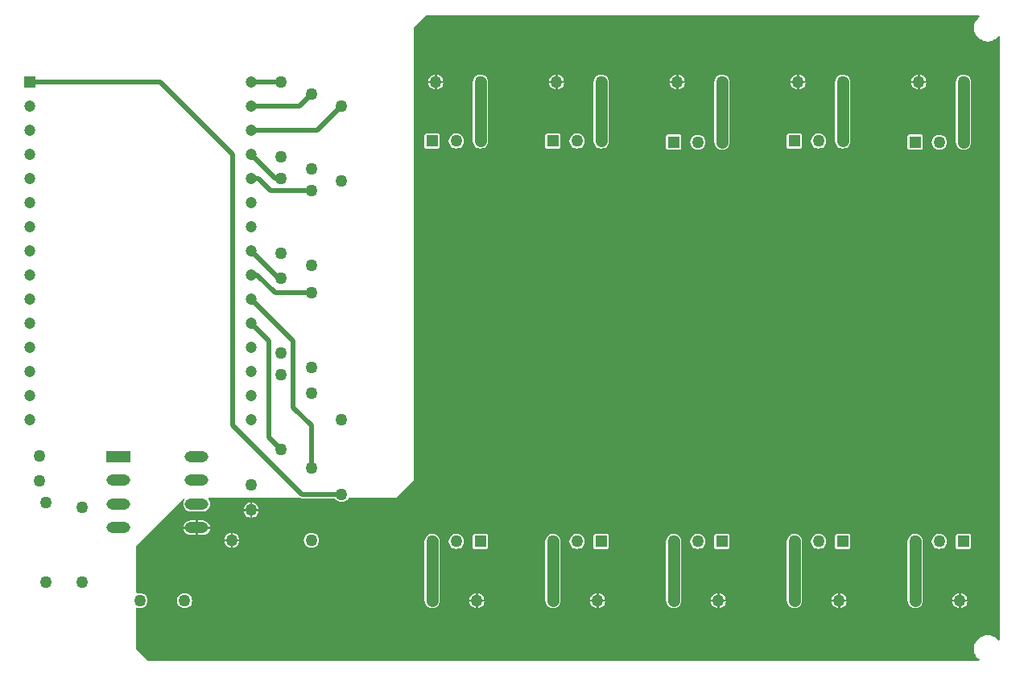
<source format=gbl>
G04 Layer_Physical_Order=2*
G04 Layer_Color=16711680*
%FSAX24Y24*%
%MOIN*%
G70*
G01*
G75*
%ADD11C,0.0200*%
%ADD12C,0.0500*%
%ADD13C,0.0500*%
%ADD14R,0.0500X0.0500*%
%ADD15R,0.0472X0.0472*%
%ADD16C,0.0472*%
%ADD17O,0.0984X0.0472*%
%ADD18R,0.0984X0.0472*%
G36*
X052908Y048700D02*
X052854Y048658D01*
X052849Y048651D01*
X052842Y048646D01*
X052762Y048542D01*
X052759Y048533D01*
X052753Y048527D01*
X052703Y048405D01*
X052703Y048397D01*
X052698Y048389D01*
X052681Y048258D01*
X052684Y048250D01*
X052681Y048242D01*
X052698Y048111D01*
X052703Y048103D01*
X052703Y048095D01*
X052753Y047973D01*
X052759Y047967D01*
X052762Y047958D01*
X052842Y047854D01*
X052849Y047849D01*
X052854Y047842D01*
X052958Y047762D01*
X052967Y047759D01*
X052973Y047753D01*
X053095Y047703D01*
X053103Y047703D01*
X053111Y047698D01*
X053242Y047681D01*
X053246Y047682D01*
X053250Y047681D01*
X053254Y047682D01*
X053258Y047681D01*
X053389Y047698D01*
X053397Y047703D01*
X053405Y047703D01*
X053527Y047753D01*
X053533Y047759D01*
X053542Y047762D01*
X053646Y047842D01*
X053651Y047849D01*
X053658Y047854D01*
X053700Y047908D01*
X053750Y047891D01*
X053750Y022859D01*
X053700Y022842D01*
X053658Y022896D01*
X053651Y022901D01*
X053646Y022908D01*
X053542Y022988D01*
X053533Y022991D01*
X053527Y022997D01*
X053405Y023047D01*
X053397Y023047D01*
X053389Y023052D01*
X053258Y023069D01*
X053254Y023068D01*
X053250Y023069D01*
X053246Y023068D01*
X053242Y023069D01*
X053111Y023052D01*
X053103Y023047D01*
X053095Y023047D01*
X052973Y022997D01*
X052967Y022991D01*
X052958Y022988D01*
X052854Y022908D01*
X052849Y022901D01*
X052842Y022896D01*
X052762Y022792D01*
X052759Y022783D01*
X052753Y022777D01*
X052703Y022655D01*
X052703Y022647D01*
X052698Y022639D01*
X052681Y022508D01*
X052684Y022500D01*
X052681Y022492D01*
X052698Y022361D01*
X052703Y022353D01*
X052703Y022345D01*
X052753Y022223D01*
X052759Y022217D01*
X052762Y022208D01*
X052842Y022104D01*
X052849Y022099D01*
X052854Y022092D01*
X052908Y022050D01*
X052891Y022000D01*
X018500Y022000D01*
X018000Y022500D01*
X018000Y024182D01*
X018042Y024209D01*
X018069Y024198D01*
X018150Y024187D01*
X018231Y024198D01*
X018306Y024229D01*
X018371Y024279D01*
X018421Y024344D01*
X018452Y024419D01*
X018463Y024500D01*
X018452Y024581D01*
X018421Y024656D01*
X018371Y024721D01*
X018306Y024771D01*
X018231Y024802D01*
X018150Y024813D01*
X018069Y024802D01*
X018042Y024791D01*
X018000Y024818D01*
X018000Y026750D01*
X019966Y028716D01*
X019972Y028715D01*
X019992Y028659D01*
X019985Y028649D01*
X019956Y028577D01*
X019945Y028500D01*
X019956Y028423D01*
X019985Y028351D01*
X020033Y028289D01*
X020095Y028241D01*
X020167Y028211D01*
X020244Y028201D01*
X020756Y028201D01*
X020833Y028211D01*
X020905Y028241D01*
X020967Y028289D01*
X021015Y028351D01*
X021044Y028423D01*
X021055Y028500D01*
X021044Y028577D01*
X021015Y028649D01*
X020976Y028700D01*
X020992Y028750D01*
X024787Y028750D01*
X024788Y028749D01*
X024850Y028737D01*
X026234Y028737D01*
X026279Y028679D01*
X026344Y028629D01*
X026419Y028598D01*
X026500Y028587D01*
X026581Y028598D01*
X026656Y028629D01*
X026721Y028679D01*
X026771Y028744D01*
X026773Y028750D01*
X028750Y028750D01*
X029500Y029500D01*
X029500Y048250D01*
X030000Y048750D01*
X052891Y048750D01*
X052908Y048700D01*
X052908Y048700D02*
G37*
%LPC*%
G36*
X042500Y027265D02*
X042000Y027265D01*
X041954Y027246D01*
X041935Y027200D01*
X041935Y026700D01*
X041954Y026654D01*
X042000Y026635D01*
X042500Y026635D01*
X042546Y026654D01*
X042565Y026700D01*
X042565Y027200D01*
X042546Y027246D01*
X042500Y027265D01*
X042500Y027265D02*
G37*
G36*
X047500Y027265D02*
X047000Y027265D01*
X046954Y027246D01*
X046935Y027200D01*
X046935Y026700D01*
X046954Y026654D01*
X047000Y026635D01*
X047500Y026635D01*
X047546Y026654D01*
X047565Y026700D01*
X047565Y027200D01*
X047546Y027246D01*
X047500Y027265D01*
X047500Y027265D02*
G37*
G36*
X031250Y027263D02*
X031169Y027252D01*
X031094Y027221D01*
X031029Y027171D01*
X030979Y027106D01*
X030948Y027031D01*
X030937Y026950D01*
X030948Y026869D01*
X030979Y026794D01*
X031029Y026729D01*
X031094Y026679D01*
X031169Y026648D01*
X031250Y026637D01*
X031331Y026648D01*
X031406Y026679D01*
X031471Y026729D01*
X031521Y026794D01*
X031552Y026869D01*
X031563Y026950D01*
X031552Y027031D01*
X031521Y027106D01*
X031471Y027171D01*
X031406Y027221D01*
X031331Y027252D01*
X031250Y027263D01*
X031250Y027263D02*
G37*
G36*
X052500Y027265D02*
X052000Y027265D01*
X051954Y027246D01*
X051935Y027200D01*
X051935Y026700D01*
X051954Y026654D01*
X052000Y026635D01*
X052500Y026635D01*
X052546Y026654D01*
X052565Y026700D01*
X052565Y027200D01*
X052546Y027246D01*
X052500Y027265D01*
X052500Y027265D02*
G37*
G36*
X037500Y027265D02*
X037000Y027265D01*
X036954Y027246D01*
X036935Y027200D01*
X036935Y026700D01*
X036954Y026654D01*
X037000Y026635D01*
X037500Y026635D01*
X037546Y026654D01*
X037565Y026700D01*
X037565Y027200D01*
X037546Y027246D01*
X037500Y027265D01*
X037500Y027265D02*
G37*
G36*
X042140Y024807D02*
X042140Y024540D01*
X042407Y024540D01*
X042402Y024581D01*
X042371Y024656D01*
X042321Y024721D01*
X042256Y024771D01*
X042181Y024802D01*
X042140Y024807D01*
X042140Y024807D02*
G37*
G36*
X037140Y024807D02*
X037140Y024540D01*
X037407Y024540D01*
X037402Y024581D01*
X037371Y024656D01*
X037321Y024721D01*
X037256Y024771D01*
X037181Y024802D01*
X037140Y024807D01*
X037140Y024807D02*
G37*
G36*
X047140Y024807D02*
X047140Y024540D01*
X047407Y024540D01*
X047402Y024581D01*
X047371Y024656D01*
X047321Y024721D01*
X047256Y024771D01*
X047181Y024802D01*
X047140Y024807D01*
X047140Y024807D02*
G37*
G36*
X032500Y027265D02*
X032000Y027265D01*
X031954Y027246D01*
X031935Y027200D01*
X031935Y026700D01*
X031954Y026654D01*
X032000Y026635D01*
X032500Y026635D01*
X032546Y026654D01*
X032565Y026700D01*
X032565Y027200D01*
X032546Y027246D01*
X032500Y027265D01*
X032500Y027265D02*
G37*
G36*
X052140Y024807D02*
X052140Y024540D01*
X052407Y024540D01*
X052402Y024581D01*
X052371Y024656D01*
X052321Y024721D01*
X052256Y024771D01*
X052181Y024802D01*
X052140Y024807D01*
X052140Y024807D02*
G37*
G36*
X022257Y026960D02*
X021990Y026960D01*
X021990Y026693D01*
X022031Y026698D01*
X022106Y026729D01*
X022171Y026779D01*
X022221Y026844D01*
X022252Y026919D01*
X022257Y026960D01*
X022257Y026960D02*
G37*
G36*
X021910Y026960D02*
X021643Y026960D01*
X021648Y026919D01*
X021679Y026844D01*
X021729Y026779D01*
X021794Y026729D01*
X021869Y026698D01*
X021910Y026693D01*
X021910Y026960D01*
X021910Y026960D02*
G37*
G36*
X021910Y027307D02*
X021869Y027302D01*
X021794Y027271D01*
X021729Y027221D01*
X021679Y027156D01*
X021648Y027081D01*
X021643Y027040D01*
X021910Y027040D01*
X021910Y027307D01*
X021910Y027307D02*
G37*
G36*
X020460Y027476D02*
X019951Y027476D01*
X019956Y027438D01*
X019985Y027366D01*
X020033Y027304D01*
X020095Y027257D01*
X020167Y027227D01*
X020244Y027217D01*
X020460Y027217D01*
X020460Y027476D01*
X020460Y027476D02*
G37*
G36*
X021990Y027307D02*
X021990Y027040D01*
X022257Y027040D01*
X022252Y027081D01*
X022221Y027156D01*
X022171Y027221D01*
X022106Y027271D01*
X022031Y027302D01*
X021990Y027307D01*
X021990Y027307D02*
G37*
G36*
X041250Y027263D02*
X041169Y027252D01*
X041094Y027221D01*
X041029Y027171D01*
X040979Y027106D01*
X040948Y027031D01*
X040937Y026950D01*
X040948Y026869D01*
X040979Y026794D01*
X041029Y026729D01*
X041094Y026679D01*
X041169Y026648D01*
X041250Y026637D01*
X041331Y026648D01*
X041406Y026679D01*
X041471Y026729D01*
X041521Y026794D01*
X041552Y026869D01*
X041563Y026950D01*
X041552Y027031D01*
X041521Y027106D01*
X041471Y027171D01*
X041406Y027221D01*
X041331Y027252D01*
X041250Y027263D01*
X041250Y027263D02*
G37*
G36*
X036250Y027263D02*
X036169Y027252D01*
X036094Y027221D01*
X036029Y027171D01*
X035979Y027106D01*
X035948Y027031D01*
X035937Y026950D01*
X035948Y026869D01*
X035979Y026794D01*
X036029Y026729D01*
X036094Y026679D01*
X036169Y026648D01*
X036250Y026637D01*
X036331Y026648D01*
X036406Y026679D01*
X036471Y026729D01*
X036521Y026794D01*
X036552Y026869D01*
X036563Y026950D01*
X036552Y027031D01*
X036521Y027106D01*
X036471Y027171D01*
X036406Y027221D01*
X036331Y027252D01*
X036250Y027263D01*
X036250Y027263D02*
G37*
G36*
X046250Y027263D02*
X046169Y027252D01*
X046094Y027221D01*
X046029Y027171D01*
X045979Y027106D01*
X045948Y027031D01*
X045937Y026950D01*
X045948Y026869D01*
X045979Y026794D01*
X046029Y026729D01*
X046094Y026679D01*
X046169Y026648D01*
X046250Y026637D01*
X046331Y026648D01*
X046406Y026679D01*
X046471Y026729D01*
X046521Y026794D01*
X046552Y026869D01*
X046563Y026950D01*
X046552Y027031D01*
X046521Y027106D01*
X046471Y027171D01*
X046406Y027221D01*
X046331Y027252D01*
X046250Y027263D01*
X046250Y027263D02*
G37*
G36*
X025250Y027313D02*
X025169Y027302D01*
X025094Y027271D01*
X025029Y027221D01*
X024979Y027156D01*
X024948Y027081D01*
X024937Y027000D01*
X024948Y026919D01*
X024979Y026844D01*
X025029Y026779D01*
X025094Y026729D01*
X025169Y026698D01*
X025250Y026687D01*
X025331Y026698D01*
X025406Y026729D01*
X025471Y026779D01*
X025521Y026844D01*
X025552Y026919D01*
X025563Y027000D01*
X025552Y027081D01*
X025521Y027156D01*
X025471Y027221D01*
X025406Y027271D01*
X025331Y027302D01*
X025250Y027313D01*
X025250Y027313D02*
G37*
G36*
X051250Y027263D02*
X051169Y027252D01*
X051094Y027221D01*
X051029Y027171D01*
X050979Y027106D01*
X050948Y027031D01*
X050937Y026950D01*
X050948Y026869D01*
X050979Y026794D01*
X051029Y026729D01*
X051094Y026679D01*
X051169Y026648D01*
X051250Y026637D01*
X051331Y026648D01*
X051406Y026679D01*
X051471Y026729D01*
X051521Y026794D01*
X051552Y026869D01*
X051563Y026950D01*
X051552Y027031D01*
X051521Y027106D01*
X051471Y027171D01*
X051406Y027221D01*
X051331Y027252D01*
X051250Y027263D01*
X051250Y027263D02*
G37*
G36*
X032140Y024807D02*
X032140Y024540D01*
X032407Y024540D01*
X032402Y024581D01*
X032371Y024656D01*
X032321Y024721D01*
X032256Y024771D01*
X032181Y024802D01*
X032140Y024807D01*
X032140Y024807D02*
G37*
G36*
X032060Y024460D02*
X031793Y024460D01*
X031798Y024419D01*
X031829Y024344D01*
X031879Y024279D01*
X031944Y024229D01*
X032019Y024198D01*
X032060Y024193D01*
X032060Y024460D01*
X032060Y024460D02*
G37*
G36*
X050250Y027263D02*
X050169Y027252D01*
X050094Y027221D01*
X050029Y027171D01*
X049979Y027106D01*
X049948Y027031D01*
X049937Y026950D01*
X049937Y024500D01*
X049948Y024419D01*
X049979Y024344D01*
X050029Y024279D01*
X050094Y024229D01*
X050169Y024198D01*
X050250Y024187D01*
X050331Y024198D01*
X050406Y024229D01*
X050471Y024279D01*
X050521Y024344D01*
X050552Y024419D01*
X050563Y024500D01*
X050563Y026950D01*
X050552Y027031D01*
X050521Y027106D01*
X050471Y027171D01*
X050406Y027221D01*
X050331Y027252D01*
X050250Y027263D01*
X050250Y027263D02*
G37*
G36*
X037060Y024460D02*
X036793Y024460D01*
X036798Y024419D01*
X036829Y024344D01*
X036879Y024279D01*
X036944Y024229D01*
X037019Y024198D01*
X037060Y024193D01*
X037060Y024460D01*
X037060Y024460D02*
G37*
G36*
X047060Y024460D02*
X046793Y024460D01*
X046798Y024419D01*
X046829Y024344D01*
X046879Y024279D01*
X046944Y024229D01*
X047019Y024198D01*
X047060Y024193D01*
X047060Y024460D01*
X047060Y024460D02*
G37*
G36*
X042060Y024460D02*
X041793Y024460D01*
X041798Y024419D01*
X041829Y024344D01*
X041879Y024279D01*
X041944Y024229D01*
X042019Y024198D01*
X042060Y024193D01*
X042060Y024460D01*
X042060Y024460D02*
G37*
G36*
X030250Y027263D02*
X030169Y027252D01*
X030094Y027221D01*
X030029Y027171D01*
X029979Y027106D01*
X029948Y027031D01*
X029937Y026950D01*
X029937Y024500D01*
X029948Y024419D01*
X029979Y024344D01*
X030029Y024279D01*
X030094Y024229D01*
X030169Y024198D01*
X030250Y024187D01*
X030331Y024198D01*
X030406Y024229D01*
X030471Y024279D01*
X030521Y024344D01*
X030552Y024419D01*
X030563Y024500D01*
X030563Y026950D01*
X030552Y027031D01*
X030521Y027106D01*
X030471Y027171D01*
X030406Y027221D01*
X030331Y027252D01*
X030250Y027263D01*
X030250Y027263D02*
G37*
G36*
X020000Y024813D02*
X019919Y024802D01*
X019844Y024771D01*
X019779Y024721D01*
X019729Y024656D01*
X019698Y024581D01*
X019687Y024500D01*
X019698Y024419D01*
X019729Y024344D01*
X019779Y024279D01*
X019844Y024229D01*
X019919Y024198D01*
X020000Y024187D01*
X020081Y024198D01*
X020156Y024229D01*
X020221Y024279D01*
X020271Y024344D01*
X020302Y024419D01*
X020313Y024500D01*
X020302Y024581D01*
X020271Y024656D01*
X020221Y024721D01*
X020156Y024771D01*
X020081Y024802D01*
X020000Y024813D01*
X020000Y024813D02*
G37*
G36*
X035250Y027263D02*
X035169Y027252D01*
X035094Y027221D01*
X035029Y027171D01*
X034979Y027106D01*
X034948Y027031D01*
X034937Y026950D01*
X034937Y024500D01*
X034948Y024419D01*
X034979Y024344D01*
X035029Y024279D01*
X035094Y024229D01*
X035169Y024198D01*
X035250Y024187D01*
X035331Y024198D01*
X035406Y024229D01*
X035471Y024279D01*
X035521Y024344D01*
X035552Y024419D01*
X035563Y024500D01*
X035563Y026950D01*
X035552Y027031D01*
X035521Y027106D01*
X035471Y027171D01*
X035406Y027221D01*
X035331Y027252D01*
X035250Y027263D01*
X035250Y027263D02*
G37*
G36*
X045250Y027263D02*
X045169Y027252D01*
X045094Y027221D01*
X045029Y027171D01*
X044979Y027106D01*
X044948Y027031D01*
X044937Y026950D01*
X044937Y024500D01*
X044948Y024419D01*
X044979Y024344D01*
X045029Y024279D01*
X045094Y024229D01*
X045169Y024198D01*
X045250Y024187D01*
X045331Y024198D01*
X045406Y024229D01*
X045471Y024279D01*
X045521Y024344D01*
X045552Y024419D01*
X045563Y024500D01*
X045563Y026950D01*
X045552Y027031D01*
X045521Y027106D01*
X045471Y027171D01*
X045406Y027221D01*
X045331Y027252D01*
X045250Y027263D01*
X045250Y027263D02*
G37*
G36*
X040250Y027263D02*
X040169Y027252D01*
X040094Y027221D01*
X040029Y027171D01*
X039979Y027106D01*
X039948Y027031D01*
X039937Y026950D01*
X039937Y024500D01*
X039948Y024419D01*
X039979Y024344D01*
X040029Y024279D01*
X040094Y024229D01*
X040169Y024198D01*
X040250Y024187D01*
X040331Y024198D01*
X040406Y024229D01*
X040471Y024279D01*
X040521Y024344D01*
X040552Y024419D01*
X040563Y024500D01*
X040563Y026950D01*
X040552Y027031D01*
X040521Y027106D01*
X040471Y027171D01*
X040406Y027221D01*
X040331Y027252D01*
X040250Y027263D01*
X040250Y027263D02*
G37*
G36*
X052060Y024460D02*
X051793Y024460D01*
X051798Y024419D01*
X051829Y024344D01*
X051879Y024279D01*
X051944Y024229D01*
X052019Y024198D01*
X052060Y024193D01*
X052060Y024460D01*
X052060Y024460D02*
G37*
G36*
X037060Y024807D02*
X037019Y024802D01*
X036944Y024771D01*
X036879Y024721D01*
X036829Y024656D01*
X036798Y024581D01*
X036793Y024540D01*
X037060Y024540D01*
X037060Y024807D01*
X037060Y024807D02*
G37*
G36*
X032060Y024807D02*
X032019Y024802D01*
X031944Y024771D01*
X031879Y024721D01*
X031829Y024656D01*
X031798Y024581D01*
X031793Y024540D01*
X032060Y024540D01*
X032060Y024807D01*
X032060Y024807D02*
G37*
G36*
X042060Y024807D02*
X042019Y024802D01*
X041944Y024771D01*
X041879Y024721D01*
X041829Y024656D01*
X041798Y024581D01*
X041793Y024540D01*
X042060Y024540D01*
X042060Y024807D01*
X042060Y024807D02*
G37*
G36*
X052060Y024807D02*
X052019Y024802D01*
X051944Y024771D01*
X051879Y024721D01*
X051829Y024656D01*
X051798Y024581D01*
X051793Y024540D01*
X052060Y024540D01*
X052060Y024807D01*
X052060Y024807D02*
G37*
G36*
X047060Y024807D02*
X047019Y024802D01*
X046944Y024771D01*
X046879Y024721D01*
X046829Y024656D01*
X046798Y024581D01*
X046793Y024540D01*
X047060Y024540D01*
X047060Y024807D01*
X047060Y024807D02*
G37*
G36*
X037407Y024460D02*
X037140Y024460D01*
X037140Y024193D01*
X037181Y024198D01*
X037256Y024229D01*
X037321Y024279D01*
X037371Y024344D01*
X037402Y024419D01*
X037407Y024460D01*
X037407Y024460D02*
G37*
G36*
X032407Y024460D02*
X032140Y024460D01*
X032140Y024193D01*
X032181Y024198D01*
X032256Y024229D01*
X032321Y024279D01*
X032371Y024344D01*
X032402Y024419D01*
X032407Y024460D01*
X032407Y024460D02*
G37*
G36*
X042407Y024460D02*
X042140Y024460D01*
X042140Y024193D01*
X042181Y024198D01*
X042256Y024229D01*
X042321Y024279D01*
X042371Y024344D01*
X042402Y024419D01*
X042407Y024460D01*
X042407Y024460D02*
G37*
G36*
X052407Y024460D02*
X052140Y024460D01*
X052140Y024193D01*
X052181Y024198D01*
X052256Y024229D01*
X052321Y024279D01*
X052371Y024344D01*
X052402Y024419D01*
X052407Y024460D01*
X052407Y024460D02*
G37*
G36*
X047407Y024460D02*
X047140Y024460D01*
X047140Y024193D01*
X047181Y024198D01*
X047256Y024229D01*
X047321Y024279D01*
X047371Y024344D01*
X047402Y024419D01*
X047407Y024460D01*
X047407Y024460D02*
G37*
G36*
X050707Y045960D02*
X050440Y045960D01*
X050440Y045693D01*
X050481Y045698D01*
X050556Y045729D01*
X050621Y045779D01*
X050671Y045844D01*
X050702Y045919D01*
X050707Y045960D01*
X050707Y045960D02*
G37*
G36*
X050360Y045960D02*
X050093Y045960D01*
X050098Y045919D01*
X050129Y045844D01*
X050179Y045779D01*
X050244Y045729D01*
X050319Y045698D01*
X050360Y045693D01*
X050360Y045960D01*
X050360Y045960D02*
G37*
G36*
X030707Y045960D02*
X030440Y045960D01*
X030440Y045693D01*
X030481Y045698D01*
X030556Y045729D01*
X030621Y045779D01*
X030671Y045844D01*
X030702Y045919D01*
X030707Y045960D01*
X030707Y045960D02*
G37*
G36*
X040707Y045960D02*
X040440Y045960D01*
X040440Y045693D01*
X040481Y045698D01*
X040556Y045729D01*
X040621Y045779D01*
X040671Y045844D01*
X040702Y045919D01*
X040707Y045960D01*
X040707Y045960D02*
G37*
G36*
X035707Y045960D02*
X035440Y045960D01*
X035440Y045693D01*
X035481Y045698D01*
X035556Y045729D01*
X035621Y045779D01*
X035671Y045844D01*
X035702Y045919D01*
X035707Y045960D01*
X035707Y045960D02*
G37*
G36*
X030360Y045960D02*
X030093Y045960D01*
X030098Y045919D01*
X030129Y045844D01*
X030179Y045779D01*
X030244Y045729D01*
X030319Y045698D01*
X030360Y045693D01*
X030360Y045960D01*
X030360Y045960D02*
G37*
G36*
X047250Y046313D02*
X047169Y046302D01*
X047094Y046271D01*
X047029Y046221D01*
X046979Y046156D01*
X046948Y046081D01*
X046937Y046000D01*
X046937Y043550D01*
X046948Y043469D01*
X046979Y043394D01*
X047029Y043329D01*
X047094Y043279D01*
X047169Y043248D01*
X047250Y043237D01*
X047331Y043248D01*
X047406Y043279D01*
X047471Y043329D01*
X047521Y043394D01*
X047552Y043469D01*
X047563Y043550D01*
X047563Y046000D01*
X047552Y046081D01*
X047521Y046156D01*
X047471Y046221D01*
X047406Y046271D01*
X047331Y046302D01*
X047250Y046313D01*
X047250Y046313D02*
G37*
G36*
X035360Y045960D02*
X035093Y045960D01*
X035098Y045919D01*
X035129Y045844D01*
X035179Y045779D01*
X035244Y045729D01*
X035319Y045698D01*
X035360Y045693D01*
X035360Y045960D01*
X035360Y045960D02*
G37*
G36*
X045360Y045960D02*
X045093Y045960D01*
X045098Y045919D01*
X045129Y045844D01*
X045179Y045779D01*
X045244Y045729D01*
X045319Y045698D01*
X045360Y045693D01*
X045360Y045960D01*
X045360Y045960D02*
G37*
G36*
X040360Y045960D02*
X040093Y045960D01*
X040098Y045919D01*
X040129Y045844D01*
X040179Y045779D01*
X040244Y045729D01*
X040319Y045698D01*
X040360Y045693D01*
X040360Y045960D01*
X040360Y045960D02*
G37*
G36*
X045707Y045960D02*
X045440Y045960D01*
X045440Y045693D01*
X045481Y045698D01*
X045556Y045729D01*
X045621Y045779D01*
X045671Y045844D01*
X045702Y045919D01*
X045707Y045960D01*
X045707Y045960D02*
G37*
G36*
X035440Y046307D02*
X035440Y046040D01*
X035707Y046040D01*
X035702Y046081D01*
X035671Y046156D01*
X035621Y046221D01*
X035556Y046271D01*
X035481Y046302D01*
X035440Y046307D01*
X035440Y046307D02*
G37*
G36*
X030440Y046307D02*
X030440Y046040D01*
X030707Y046040D01*
X030702Y046081D01*
X030671Y046156D01*
X030621Y046221D01*
X030556Y046271D01*
X030481Y046302D01*
X030440Y046307D01*
X030440Y046307D02*
G37*
G36*
X040440Y046307D02*
X040440Y046040D01*
X040707Y046040D01*
X040702Y046081D01*
X040671Y046156D01*
X040621Y046221D01*
X040556Y046271D01*
X040481Y046302D01*
X040440Y046307D01*
X040440Y046307D02*
G37*
G36*
X050440Y046307D02*
X050440Y046040D01*
X050707Y046040D01*
X050702Y046081D01*
X050671Y046156D01*
X050621Y046221D01*
X050556Y046271D01*
X050481Y046302D01*
X050440Y046307D01*
X050440Y046307D02*
G37*
G36*
X045440Y046307D02*
X045440Y046040D01*
X045707Y046040D01*
X045702Y046081D01*
X045671Y046156D01*
X045621Y046221D01*
X045556Y046271D01*
X045481Y046302D01*
X045440Y046307D01*
X045440Y046307D02*
G37*
G36*
X035360Y046307D02*
X035319Y046302D01*
X035244Y046271D01*
X035179Y046221D01*
X035129Y046156D01*
X035098Y046081D01*
X035093Y046040D01*
X035360Y046040D01*
X035360Y046307D01*
X035360Y046307D02*
G37*
G36*
X030360Y046307D02*
X030319Y046302D01*
X030244Y046271D01*
X030179Y046221D01*
X030129Y046156D01*
X030098Y046081D01*
X030093Y046040D01*
X030360Y046040D01*
X030360Y046307D01*
X030360Y046307D02*
G37*
G36*
X040360Y046307D02*
X040319Y046302D01*
X040244Y046271D01*
X040179Y046221D01*
X040129Y046156D01*
X040098Y046081D01*
X040093Y046040D01*
X040360Y046040D01*
X040360Y046307D01*
X040360Y046307D02*
G37*
G36*
X050360Y046307D02*
X050319Y046302D01*
X050244Y046271D01*
X050179Y046221D01*
X050129Y046156D01*
X050098Y046081D01*
X050093Y046040D01*
X050360Y046040D01*
X050360Y046307D01*
X050360Y046307D02*
G37*
G36*
X045360Y046307D02*
X045319Y046302D01*
X045244Y046271D01*
X045179Y046221D01*
X045129Y046156D01*
X045098Y046081D01*
X045093Y046040D01*
X045360Y046040D01*
X045360Y046307D01*
X045360Y046307D02*
G37*
G36*
X022790Y028557D02*
X022790Y028290D01*
X023057Y028290D01*
X023052Y028331D01*
X023021Y028406D01*
X022971Y028471D01*
X022906Y028521D01*
X022831Y028552D01*
X022790Y028557D01*
X022790Y028557D02*
G37*
G36*
X022710Y028557D02*
X022669Y028552D01*
X022594Y028521D01*
X022529Y028471D01*
X022479Y028406D01*
X022448Y028331D01*
X022443Y028290D01*
X022710Y028290D01*
X022710Y028557D01*
X022710Y028557D02*
G37*
G36*
X040500Y043815D02*
X040000Y043815D01*
X039954Y043796D01*
X039935Y043750D01*
X039935Y043250D01*
X039954Y043204D01*
X040000Y043185D01*
X040500Y043185D01*
X040546Y043204D01*
X040565Y043250D01*
X040565Y043750D01*
X040546Y043796D01*
X040500Y043815D01*
X040500Y043815D02*
G37*
G36*
X041250Y043813D02*
X041169Y043802D01*
X041094Y043771D01*
X041029Y043721D01*
X040979Y043656D01*
X040948Y043581D01*
X040937Y043500D01*
X040948Y043419D01*
X040979Y043344D01*
X041029Y043279D01*
X041094Y043229D01*
X041169Y043198D01*
X041250Y043187D01*
X041331Y043198D01*
X041406Y043229D01*
X041471Y043279D01*
X041521Y043344D01*
X041552Y043419D01*
X041563Y043500D01*
X041552Y043581D01*
X041521Y043656D01*
X041471Y043721D01*
X041406Y043771D01*
X041331Y043802D01*
X041250Y043813D01*
X041250Y043813D02*
G37*
G36*
X050500Y043815D02*
X050000Y043815D01*
X049954Y043796D01*
X049935Y043750D01*
X049935Y043250D01*
X049954Y043204D01*
X050000Y043185D01*
X050500Y043185D01*
X050546Y043204D01*
X050565Y043250D01*
X050565Y043750D01*
X050546Y043796D01*
X050500Y043815D01*
X050500Y043815D02*
G37*
G36*
X020460Y027815D02*
X020244Y027815D01*
X020167Y027804D01*
X020095Y027775D01*
X020033Y027727D01*
X019985Y027665D01*
X019956Y027593D01*
X019951Y027556D01*
X020460Y027556D01*
X020460Y027815D01*
X020460Y027815D02*
G37*
G36*
X021049Y027476D02*
X020540Y027476D01*
X020540Y027217D01*
X020756Y027217D01*
X020833Y027227D01*
X020905Y027257D01*
X020967Y027304D01*
X021015Y027366D01*
X021044Y027438D01*
X021049Y027476D01*
X021049Y027476D02*
G37*
G36*
X020756Y027815D02*
X020540Y027815D01*
X020540Y027556D01*
X021049Y027556D01*
X021044Y027593D01*
X021015Y027665D01*
X020967Y027727D01*
X020905Y027775D01*
X020833Y027804D01*
X020756Y027815D01*
X020756Y027815D02*
G37*
G36*
X023057Y028210D02*
X022790Y028210D01*
X022790Y027943D01*
X022831Y027948D01*
X022906Y027979D01*
X022971Y028029D01*
X023021Y028094D01*
X023052Y028169D01*
X023057Y028210D01*
X023057Y028210D02*
G37*
G36*
X022710Y028210D02*
X022443Y028210D01*
X022448Y028169D01*
X022479Y028094D01*
X022529Y028029D01*
X022594Y027979D01*
X022669Y027948D01*
X022710Y027943D01*
X022710Y028210D01*
X022710Y028210D02*
G37*
G36*
X042250Y046313D02*
X042169Y046302D01*
X042094Y046271D01*
X042029Y046221D01*
X041979Y046156D01*
X041948Y046081D01*
X041937Y046000D01*
X041937Y043500D01*
X041948Y043419D01*
X041979Y043344D01*
X042029Y043279D01*
X042094Y043229D01*
X042169Y043198D01*
X042250Y043187D01*
X042331Y043198D01*
X042406Y043229D01*
X042471Y043279D01*
X042521Y043344D01*
X042552Y043419D01*
X042563Y043500D01*
X042563Y046000D01*
X042552Y046081D01*
X042521Y046156D01*
X042471Y046221D01*
X042406Y046271D01*
X042331Y046302D01*
X042250Y046313D01*
X042250Y046313D02*
G37*
G36*
X032250Y046313D02*
X032169Y046302D01*
X032094Y046271D01*
X032029Y046221D01*
X031979Y046156D01*
X031948Y046081D01*
X031937Y046000D01*
X031937Y043550D01*
X031948Y043469D01*
X031979Y043394D01*
X032029Y043329D01*
X032094Y043279D01*
X032169Y043248D01*
X032250Y043237D01*
X032331Y043248D01*
X032406Y043279D01*
X032471Y043329D01*
X032521Y043394D01*
X032552Y043469D01*
X032563Y043550D01*
X032563Y046000D01*
X032552Y046081D01*
X032521Y046156D01*
X032471Y046221D01*
X032406Y046271D01*
X032331Y046302D01*
X032250Y046313D01*
X032250Y046313D02*
G37*
G36*
X031250Y043863D02*
X031169Y043852D01*
X031094Y043821D01*
X031029Y043771D01*
X030979Y043706D01*
X030948Y043631D01*
X030937Y043550D01*
X030948Y043469D01*
X030979Y043394D01*
X031029Y043329D01*
X031094Y043279D01*
X031169Y043248D01*
X031250Y043237D01*
X031331Y043248D01*
X031406Y043279D01*
X031471Y043329D01*
X031521Y043394D01*
X031552Y043469D01*
X031563Y043550D01*
X031552Y043631D01*
X031521Y043706D01*
X031471Y043771D01*
X031406Y043821D01*
X031331Y043852D01*
X031250Y043863D01*
X031250Y043863D02*
G37*
G36*
X036250Y043863D02*
X036169Y043852D01*
X036094Y043821D01*
X036029Y043771D01*
X035979Y043706D01*
X035948Y043631D01*
X035937Y043550D01*
X035948Y043469D01*
X035979Y043394D01*
X036029Y043329D01*
X036094Y043279D01*
X036169Y043248D01*
X036250Y043237D01*
X036331Y043248D01*
X036406Y043279D01*
X036471Y043329D01*
X036521Y043394D01*
X036552Y043469D01*
X036563Y043550D01*
X036552Y043631D01*
X036521Y043706D01*
X036471Y043771D01*
X036406Y043821D01*
X036331Y043852D01*
X036250Y043863D01*
X036250Y043863D02*
G37*
G36*
X046250Y043863D02*
X046169Y043852D01*
X046094Y043821D01*
X046029Y043771D01*
X045979Y043706D01*
X045948Y043631D01*
X045937Y043550D01*
X045948Y043469D01*
X045979Y043394D01*
X046029Y043329D01*
X046094Y043279D01*
X046169Y043248D01*
X046250Y043237D01*
X046331Y043248D01*
X046406Y043279D01*
X046471Y043329D01*
X046521Y043394D01*
X046552Y043469D01*
X046563Y043550D01*
X046552Y043631D01*
X046521Y043706D01*
X046471Y043771D01*
X046406Y043821D01*
X046331Y043852D01*
X046250Y043863D01*
X046250Y043863D02*
G37*
G36*
X037250Y046313D02*
X037169Y046302D01*
X037094Y046271D01*
X037029Y046221D01*
X036979Y046156D01*
X036948Y046081D01*
X036937Y046000D01*
X036937Y043550D01*
X036948Y043469D01*
X036979Y043394D01*
X037029Y043329D01*
X037094Y043279D01*
X037169Y043248D01*
X037250Y043237D01*
X037331Y043248D01*
X037406Y043279D01*
X037471Y043329D01*
X037521Y043394D01*
X037552Y043469D01*
X037563Y043550D01*
X037563Y046000D01*
X037552Y046081D01*
X037521Y046156D01*
X037471Y046221D01*
X037406Y046271D01*
X037331Y046302D01*
X037250Y046313D01*
X037250Y046313D02*
G37*
G36*
X052250Y046313D02*
X052169Y046302D01*
X052094Y046271D01*
X052029Y046221D01*
X051979Y046156D01*
X051948Y046081D01*
X051937Y046000D01*
X051937Y043500D01*
X051948Y043419D01*
X051979Y043344D01*
X052029Y043279D01*
X052094Y043229D01*
X052169Y043198D01*
X052250Y043187D01*
X052331Y043198D01*
X052406Y043229D01*
X052471Y043279D01*
X052521Y043344D01*
X052552Y043419D01*
X052563Y043500D01*
X052563Y046000D01*
X052552Y046081D01*
X052521Y046156D01*
X052471Y046221D01*
X052406Y046271D01*
X052331Y046302D01*
X052250Y046313D01*
X052250Y046313D02*
G37*
G36*
X051250Y043813D02*
X051169Y043802D01*
X051094Y043771D01*
X051029Y043721D01*
X050979Y043656D01*
X050948Y043581D01*
X050937Y043500D01*
X050948Y043419D01*
X050979Y043344D01*
X051029Y043279D01*
X051094Y043229D01*
X051169Y043198D01*
X051250Y043187D01*
X051331Y043198D01*
X051406Y043229D01*
X051471Y043279D01*
X051521Y043344D01*
X051552Y043419D01*
X051563Y043500D01*
X051552Y043581D01*
X051521Y043656D01*
X051471Y043721D01*
X051406Y043771D01*
X051331Y043802D01*
X051250Y043813D01*
X051250Y043813D02*
G37*
G36*
X030500Y043865D02*
X030000Y043865D01*
X029954Y043846D01*
X029935Y043800D01*
X029935Y043300D01*
X029954Y043254D01*
X030000Y043235D01*
X030500Y043235D01*
X030546Y043254D01*
X030565Y043300D01*
X030565Y043800D01*
X030546Y043846D01*
X030500Y043865D01*
X030500Y043865D02*
G37*
G36*
X045500Y043865D02*
X045000Y043865D01*
X044954Y043846D01*
X044935Y043800D01*
X044935Y043300D01*
X044954Y043254D01*
X045000Y043235D01*
X045500Y043235D01*
X045546Y043254D01*
X045565Y043300D01*
X045565Y043800D01*
X045546Y043846D01*
X045500Y043865D01*
X045500Y043865D02*
G37*
G36*
X035500Y043865D02*
X035000Y043865D01*
X034954Y043846D01*
X034935Y043800D01*
X034935Y043300D01*
X034954Y043254D01*
X035000Y043235D01*
X035500Y043235D01*
X035546Y043254D01*
X035565Y043300D01*
X035565Y043800D01*
X035546Y043846D01*
X035500Y043865D01*
X035500Y043865D02*
G37*
%LPD*%
D11*
X024850Y028900D02*
X026500Y028900D01*
X022000Y031750D02*
X024850Y028900D01*
X022000Y031750D02*
X022000Y043000D01*
X019000Y046000D02*
X022000Y043000D01*
X013600Y046000D02*
X019000Y046000D01*
X022750Y036000D02*
X023500Y035250D01*
X023500Y031250D02*
X023500Y035250D01*
X023500Y031250D02*
X024000Y030750D01*
X025250Y030000D02*
X025250Y031750D01*
X024500Y032500D02*
X025250Y031750D01*
X024500Y032500D02*
X024500Y035250D01*
X022750Y037000D02*
X024500Y035250D01*
X023750Y037250D02*
X025250Y037250D01*
X023000Y038000D02*
X023750Y037250D01*
X022750Y038000D02*
X023000Y038000D01*
X023900Y037850D02*
X024000Y037850D01*
X022750Y039000D02*
X023900Y037850D01*
X023550Y041500D02*
X025250Y041500D01*
X023050Y042000D02*
X023550Y041500D01*
X022750Y042000D02*
X023050Y042000D01*
X025500Y044000D02*
X026500Y045000D01*
X022750Y044000D02*
X025500Y044000D01*
X023750Y042000D02*
X024000Y042000D01*
X022750Y043000D02*
X023750Y042000D01*
X024750Y045000D02*
X025250Y045500D01*
X022750Y045000D02*
X024750Y045000D01*
X022750Y046000D02*
X024000Y046000D01*
D12*
X052250Y043500D02*
X052250Y046000D01*
X047250Y043550D02*
X047250Y046000D01*
X042250Y043500D02*
X042250Y046000D01*
X037250Y043550D02*
X037250Y046000D01*
X032250Y043550D02*
X032250Y046000D01*
X050250Y024500D02*
X050250Y026950D01*
X045250Y024500D02*
X045250Y026950D01*
X040250Y024500D02*
X040250Y026950D01*
X035250Y024500D02*
X035250Y026950D01*
X030250Y024500D02*
X030250Y026950D01*
D13*
X014000Y029450D02*
D03*
X014000Y030500D02*
D03*
X022750Y029300D02*
D03*
X022750Y028250D02*
D03*
X052100Y024500D02*
D03*
X050250Y024500D02*
D03*
X020000Y024500D02*
D03*
X018150Y024500D02*
D03*
X050400Y046000D02*
D03*
X052250Y046000D02*
D03*
X051250Y043500D02*
D03*
X052250Y043500D02*
D03*
X026500Y032000D02*
D03*
X026500Y028900D02*
D03*
X025250Y033100D02*
D03*
X025250Y030000D02*
D03*
X024000Y034750D02*
D03*
X024000Y037850D02*
D03*
X024000Y038900D02*
D03*
X024000Y042000D02*
D03*
X025250Y042400D02*
D03*
X025250Y045500D02*
D03*
X024000Y033850D02*
D03*
X024000Y030750D02*
D03*
X025250Y034150D02*
D03*
X025250Y037250D02*
D03*
X025250Y038400D02*
D03*
X025250Y041500D02*
D03*
X026500Y041900D02*
D03*
X026500Y045000D02*
D03*
X024000Y042900D02*
D03*
X024000Y046000D02*
D03*
X015750Y028350D02*
D03*
X015750Y025250D02*
D03*
X030400Y046000D02*
D03*
X032250Y046000D02*
D03*
X014250Y028550D02*
D03*
X014250Y025250D02*
D03*
X025250Y027000D02*
D03*
X021950Y027000D02*
D03*
X050250Y026950D02*
D03*
X051250Y026950D02*
D03*
X045250Y026950D02*
D03*
X046250Y026950D02*
D03*
X040250Y026950D02*
D03*
X041250Y026950D02*
D03*
X030250Y026950D02*
D03*
X031250Y026950D02*
D03*
X035250Y026950D02*
D03*
X036250Y026950D02*
D03*
X037250Y043550D02*
D03*
X036250Y043550D02*
D03*
X032250Y043550D02*
D03*
X031250Y043550D02*
D03*
X042250Y043500D02*
D03*
X041250Y043500D02*
D03*
X047250Y043550D02*
D03*
X046250Y043550D02*
D03*
X047100Y024500D02*
D03*
X045250Y024500D02*
D03*
X042100Y024500D02*
D03*
X040250Y024500D02*
D03*
X032100Y024500D02*
D03*
X030250Y024500D02*
D03*
X037100Y024500D02*
D03*
X035250Y024500D02*
D03*
X035400Y046000D02*
D03*
X037250Y046000D02*
D03*
X040400Y046000D02*
D03*
X042250Y046000D02*
D03*
X045400Y046000D02*
D03*
X047250Y046000D02*
D03*
D14*
X050250Y043500D02*
D03*
X052250Y026950D02*
D03*
X047250Y026950D02*
D03*
X042250Y026950D02*
D03*
X032250Y026950D02*
D03*
X037250Y026950D02*
D03*
X035250Y043550D02*
D03*
X030250Y043550D02*
D03*
X040250Y043500D02*
D03*
X045250Y043550D02*
D03*
D15*
X013600Y046000D02*
D03*
D16*
X013600Y045000D02*
D03*
X013600Y044000D02*
D03*
X013600Y043000D02*
D03*
X013600Y042000D02*
D03*
X013600Y041000D02*
D03*
X013600Y040000D02*
D03*
X013600Y039000D02*
D03*
X013600Y038000D02*
D03*
X013600Y037000D02*
D03*
X013600Y036000D02*
D03*
X013600Y035000D02*
D03*
X013600Y034000D02*
D03*
X013600Y033000D02*
D03*
X013600Y032000D02*
D03*
X022750Y046000D02*
D03*
X022750Y045000D02*
D03*
X022750Y044000D02*
D03*
X022750Y043000D02*
D03*
X022750Y042000D02*
D03*
X022750Y041000D02*
D03*
X022750Y040000D02*
D03*
X022750Y039000D02*
D03*
X022750Y038000D02*
D03*
X022750Y037000D02*
D03*
X022750Y036000D02*
D03*
X022750Y035000D02*
D03*
X022750Y034000D02*
D03*
X022750Y033000D02*
D03*
X022750Y032000D02*
D03*
D17*
X020500Y027516D02*
D03*
X020500Y028500D02*
D03*
X020500Y029484D02*
D03*
X020500Y030468D02*
D03*
X017248Y027516D02*
D03*
X017248Y028500D02*
D03*
X017248Y029484D02*
D03*
D18*
X017248Y030468D02*
D03*
M02*

</source>
